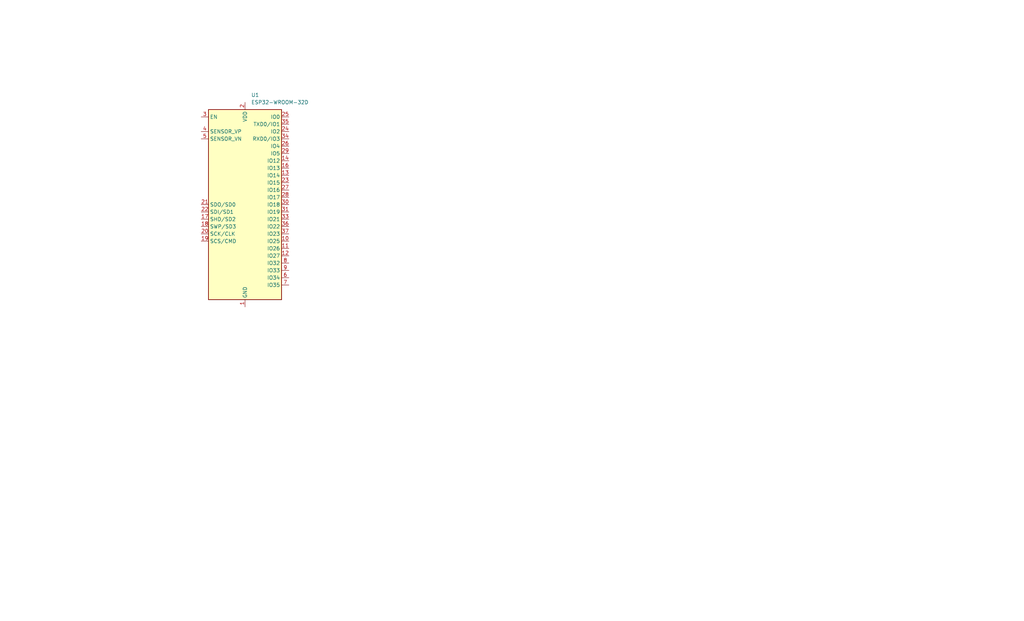
<source format=kicad_sch>
(kicad_sch (version 20250114) (generator "eeschema") (generator_version "9.0")
  (paper "USLegal")
  (title_block (title "WiFi Headphones Breadboard") (date "2025-08-08") (rev "1") (company "Joshua Ellis"))
  (lib_symbols
    (symbol "RF_Module:ESP32-WROOM-32D"
      (property "Reference" "U" (at -12.7 34.29 0))
      (property "Value" "ESP32-WROOM-32D" (at 1.27 34.29 0))
      (symbol "ESP32-WROOM-32D_0_1"
        (rectangle (start -12.7 33.02) (end 12.7 -33.02) (stroke (width 0.254)) (fill (type background)))
      )
      (symbol "ESP32-WROOM-32D_1_1"
        (pin input line (at -15.24 30.48 0) (length 2.54) (name "EN") (number "3"))
        (pin input line (at -15.24 25.4 0) (length 2.54) (name "SENSOR_VP") (number "4"))
        (pin input line (at -15.24 22.86 0) (length 2.54) (name "SENSOR_VN") (number "5"))
        (pin bidirectional line (at -15.24 0 0) (length 2.54) (name "SDO/SD0") (number "21"))
        (pin bidirectional line (at -15.24 -2.54 0) (length 2.54) (name "SDI/SD1") (number "22"))
        (pin bidirectional line (at -15.24 -5.08 0) (length 2.54) (name "SHD/SD2") (number "17"))
        (pin bidirectional line (at -15.24 -7.62 0) (length 2.54) (name "SWP/SD3") (number "18"))
        (pin bidirectional line (at -15.24 -10.16 0) (length 2.54) (name "SCK/CLK") (number "20"))
        (pin bidirectional line (at -15.24 -12.7 0) (length 2.54) (name "SCS/CMD") (number "19"))
        (pin no_connect line (at -12.7 -27.94 0) (length 2.54) (hide yes) (name "NC") (number "32"))
        (pin power_in line (at 0 35.56 270) (length 2.54) (name "VDD") (number "2"))
        (pin power_in line (at 0 -35.56 90) (length 2.54) (name "GND") (number "1"))
        (pin passive line (at 0 -35.56 90) (length 2.54) (hide yes) (name "GND") (number "15"))
        (pin passive line (at 0 -35.56 90) (length 2.54) (hide yes) (name "GND") (number "38"))
        (pin passive line (at 0 -35.56 90) (length 2.54) (hide yes) (name "GND") (number "39"))
        (pin bidirectional line (at 15.24 30.48 180) (length 2.54) (name "IO0") (number "25"))
        (pin bidirectional line (at 15.24 27.94 180) (length 2.54) (name "TXD0/IO1") (number "35"))
        (pin bidirectional line (at 15.24 25.4 180) (length 2.54) (name "IO2") (number "24"))
        (pin bidirectional line (at 15.24 22.86 180) (length 2.54) (name "RXD0/IO3") (number "34"))
        (pin bidirectional line (at 15.24 20.32 180) (length 2.54) (name "IO4") (number "26"))
        (pin bidirectional line (at 15.24 17.78 180) (length 2.54) (name "IO5") (number "29"))
        (pin bidirectional line (at 15.24 15.24 180) (length 2.54) (name "IO12") (number "14"))
        (pin bidirectional line (at 15.24 12.7 180) (length 2.54) (name "IO13") (number "16"))
        (pin bidirectional line (at 15.24 10.16 180) (length 2.54) (name "IO14") (number "13"))
        (pin bidirectional line (at 15.24 7.62 180) (length 2.54) (name "IO15") (number "23"))
        (pin bidirectional line (at 15.24 5.08 180) (length 2.54) (name "IO16") (number "27"))
        (pin bidirectional line (at 15.24 2.54 180) (length 2.54) (name "IO17") (number "28"))
        (pin bidirectional line (at 15.24 0 180) (length 2.54) (name "IO18") (number "30"))
        (pin bidirectional line (at 15.24 -2.54 180) (length 2.54) (name "IO19") (number "31"))
        (pin bidirectional line (at 15.24 -5.08 180) (length 2.54) (name "IO21") (number "33"))
        (pin bidirectional line (at 15.24 -7.62 180) (length 2.54) (name "IO22") (number "36"))
        (pin bidirectional line (at 15.24 -10.16 180) (length 2.54) (name "IO23") (number "37"))
        (pin bidirectional line (at 15.24 -12.7 180) (length 2.54) (name "IO25") (number "10"))
        (pin bidirectional line (at 15.24 -15.24 180) (length 2.54) (name "IO26") (number "11"))
        (pin bidirectional line (at 15.24 -17.78 180) (length 2.54) (name "IO27") (number "12"))
        (pin bidirectional line (at 15.24 -20.32 180) (length 2.54) (name "IO32") (number "8"))
        (pin bidirectional line (at 15.24 -22.86 180) (length 2.54) (name "IO33") (number "9"))
        (pin input line (at 15.24 -25.4 180) (length 2.54) (name "IO34") (number "6"))
        (pin input line (at 15.24 -27.94 180) (length 2.54) (name "IO35") (number "7"))
      )
    )
  )
  (symbol (lib_id "RF_Module:ESP32-WROOM-32D") (at 85.09 71.12 0) (unit 1)
    (property "Reference" "U1" (at 87.2333 33.02 0) (effects (justify left)))
    (property "Value" "ESP32-WROOM-32D" (at 87.2333 35.56 0) (effects (justify left)))
    (property "Footprint" "RF_Module:ESP32-WROOM-32D" (effects (hide yes)))
    (property "Datasheet" "https://www.espressif.com/sites/default/files/documentation/esp32-wroom-32d_esp32-wroom-32u_datasheet_en.pdf" (effects (hide yes)))
    (property "Description" "RF Module, ESP32-D0WD SoC, Wi-Fi 802.11b/g/n, Bluetooth, BLE, 32-bit, 2.7-3.6V, onboard antenna, SMD" (effects (hide yes)))
  )
)
</source>
